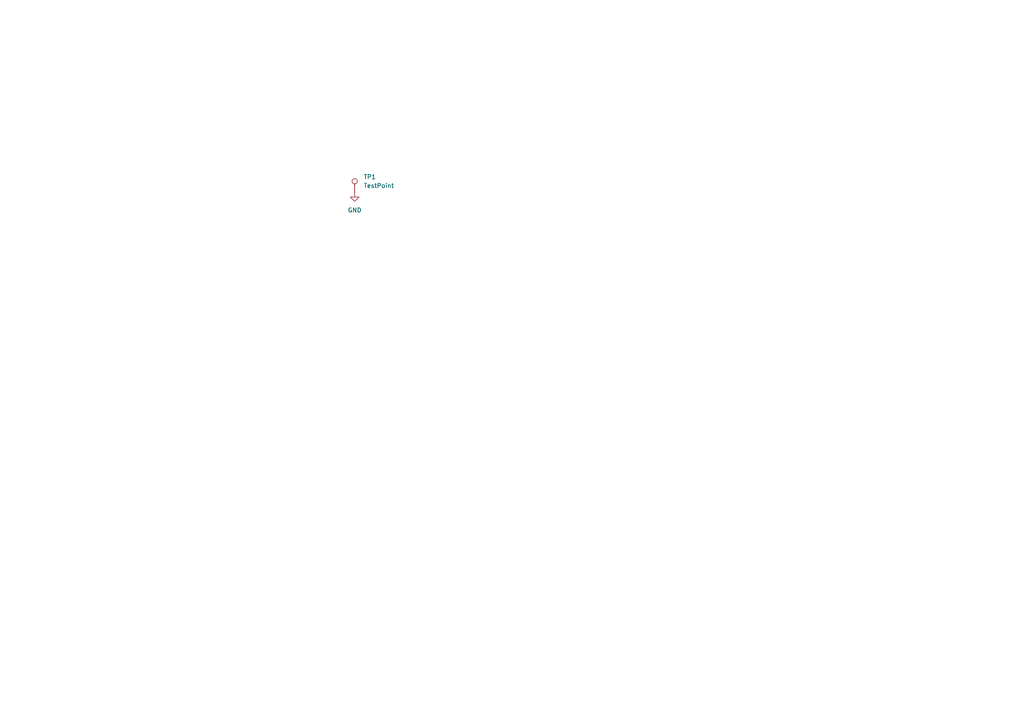
<source format=kicad_sch>
(kicad_sch (version 20230121) (generator eeschema)
  (paper "A4")
  (lib_symbols
    (symbol "Connector:TestPoint" (pin_numbers hide) (pin_names (offset 0.762) hide)
      (property "Reference" "TP" (at 0 6.858 0))
      (property "Value" "TestPoint" (at 0 5.08 0))
      (symbol "TestPoint_0_1"
        (circle (center 0 3.302) (radius 0.762))
      )
      (symbol "TestPoint_1_1"
        (pin passive line (at 0 0 90) (length 2.54) (name "1") (number "1"))
      )
    )
    (symbol "power:GND" (power) (pin_names (offset 0))
      (property "Value" "GND" (at 0 -3.81 0))
      (symbol "GND_0_1"
        (polyline (pts (xy 0 0) (xy 0 -1.27) (xy 1.27 -1.27) (xy 0 -2.54) (xy -1.27 -1.27) (xy 0 -1.27)))
      )
      (symbol "GND_1_1"
        (pin power_in line (at 0 0 270) (length 0) hide (name "GND") (number "1"))
      )
    )
  )
  (symbol (lib_id "Connector:TestPoint") (at 102.87 55.88 0) (unit 1)
    (property "Reference" "TP1" (at 105.41 51.308 0) (effects (justify left)))
    (property "Value" "TestPoint" (at 105.41 53.848 0) (effects (justify left)))
    (property "Footprint" "TestPoint:TestPoint_THTPad_D1.0mm_Drill0.5mm" (effects hide))
  )
  (symbol (lib_id "power:GND") (at 102.87 55.88 0) (unit 1)
    (property "Reference" "#PWR01" (effects hide))
    (property "Value" "GND" (at 102.87 60.96 0))
  )
)
</source>
